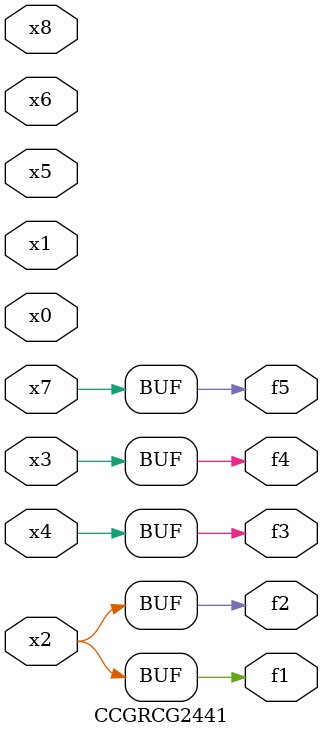
<source format=v>
module CCGRCG2441(
	input x0, x1, x2, x3, x4, x5, x6, x7, x8,
	output f1, f2, f3, f4, f5
);
	assign f1 = x2;
	assign f2 = x2;
	assign f3 = x4;
	assign f4 = x3;
	assign f5 = x7;
endmodule

</source>
